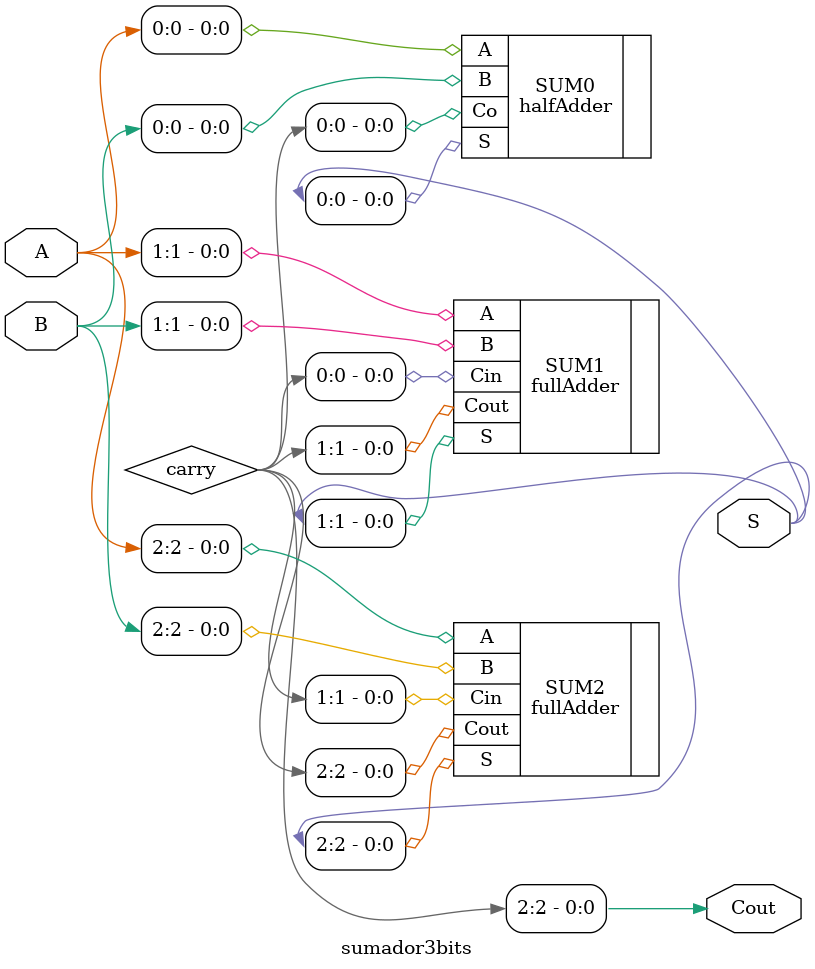
<source format=v>
module sumador3bits (
    input [2:0] B, A,
    output [2:0] S,
    output Cout
  );

  wire [2:0] carry;

  halfAdder SUM0(
    .A (A[0]),
    .B (B[0]),
    .S (S[0]),
    .Co (carry[0])
  );

  fullAdder SUM1(
    .Cin (carry[0]),
    .A (A[1]),
    .B (B[1]),
    .S (S[1]),
    .Cout (carry[1])
  );

  fullAdder SUM2(
    .Cin (carry[1]),
    .A (A[2]),
    .B (B[2]),
    .S (S[2]),
    .Cout (carry[2])
  );

  assign Cout = carry[2];

endmodule //2sumador3bits

</source>
